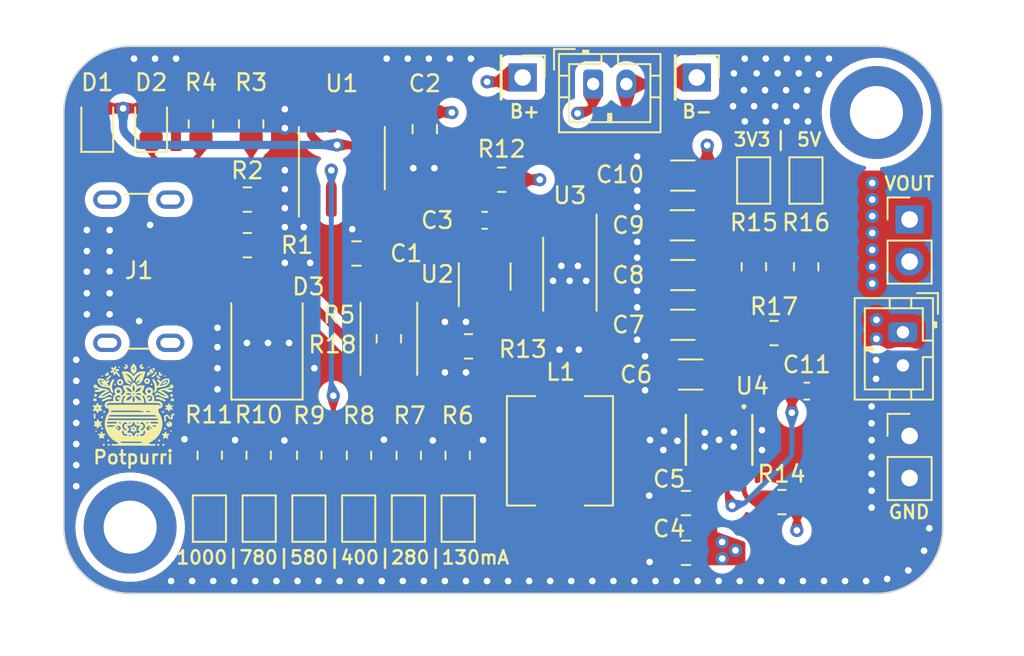
<source format=kicad_pcb>
(kicad_pcb (version 20221018) (generator pcbnew)
  (layers (0 "F.Cu" signal) (1 "In1.Cu" power "GND") (2 "In2.Cu" power "PWR") (31 "B.Cu" signal) (34 "B.Paste" user) (35 "F.Paste" user) (36 "B.SilkS" user "B.Silkscreen") (37 "F.SilkS" user "F.Silkscreen") (38 "B.Mask" user) (39 "F.Mask" user) (44 "Edge.Cuts" user))
  (net 0 "")
  (net 1 "Net-(D1-A)")
  (net 2 "GND")
  (net 3 "+BATT")
  (net 4 "Net-(U2-VCC)")
  (net 5 "-BATT")
  (net 6 "+5V")
  (net 7 "Net-(U4-EN)")
  (net 8 "Net-(D1-K)")
  (net 9 "Net-(D2-K)")
  (net 10 "Net-(J1-CC1)")
  (net 11 "VBUS")
  (net 12 "Net-(J1-CC2)")
  (net 14 "Net-(JP1-A)")
  (net 15 "Net-(JP1-B)")
  (net 16 "Net-(JP2-B)")
  (net 17 "Net-(JP3-B)")
  (net 18 "Net-(JP4-B)")
  (net 19 "Net-(JP5-B)")
  (net 20 "Net-(JP6-B)")
  (net 21 "Net-(JP7-B)")
  (net 22 "Net-(JP8-B)")
  (net 23 "Net-(L1-Pad1)")
  (net 24 "Net-(L1-Pad2)")
  (net 25 "Net-(U1-CHRG)")
  (net 26 "Net-(U1-STDBY)")
  (net 27 "Net-(U2-VM)")
  (net 28 "Net-(U4-PG)")
  (net 29 "Net-(U4-FB)")
  (net 30 "Net-(U2-OD)")
  (net 31 "Net-(U2-OC)")
  (footprint "Resistor_SMD:R_0805_2012Metric" (layer "F.Cu") (at 85.8 47.6625 90)
    (fp_text reference "R9")
    (fp_text value "2k")
  )
  (footprint "Connector_PinHeader_2.54mm:PinHeader_1x02_P2.54mm_Vertical" (layer "F.Cu") (at 122 33.45)
    (fp_text reference "J6" hide)
    (fp_text value "JST PH Connector")
  )
  (footprint "Custom:USB-C 6 Pin - Long pads" (layer "F.Cu") (at 70.5 36.57 -90)
    (fp_text reference "J1")
    (fp_text value "Type-C_6P")
  )
  (footprint "LOGO" (layer "F.Cu") (at 75.2348 44.6532)
    (fp_text reference "G***" hide)
    (fp_text value "LOGO" hide)
  )
  (footprint "Resistor_SMD:R_0805_2012Metric" (layer "F.Cu") (at 114.3 50.49 180)
    (fp_text reference "R14")
    (fp_text value "1M")
  )
  (footprint "Capacitor_SMD:C_0805_2012Metric_Pad1.18x1.45mm_HandSolder" (layer "F.Cu") (at 88.646 35.5 180)
    (fp_text reference "C1")
    (fp_text value "10u")
  )
  (footprint "Package_SO:SOP-8_3.76x4.96mm_P1.27mm" (layer "F.Cu") (at 87.765 29.75 90)
    (fp_text reference "U1")
    (fp_text value "TP4056")
  )
  (footprint "Jumper:SolderJumper-2_P1.3mm_Open_TrianglePad1.0x1.5mm" (layer "F.Cu") (at 91.78 51.485 90)
    (fp_text reference "JP2" hide)
    (fp_text value "SolderJumper_2_Open")
  )
  (footprint "Resistor_SMD:R_0805_2012Metric" (layer "F.Cu") (at 112.6125 36.3 -90)
    (fp_text reference "R15")
    (fp_text value "1M")
  )
  (footprint "Resistor_SMD:R_0805_2012Metric" (layer "F.Cu") (at 82.0625 32.25)
    (fp_text reference "R2")
    (fp_text value "5k1")
  )
  (footprint "Diode_SMD:D_0805_2012Metric" (layer "F.Cu") (at 76.265 27.6875 90)
    (fp_text reference "D2")
    (fp_text value "GREEN")
  )
  (footprint "Capacitor_SMD:C_0603_1608Metric_Pad1.08x0.95mm_HandSolder" (layer "F.Cu") (at 96.3775 33.5 180)
    (fp_text reference "C3")
    (fp_text value "100n")
  )
  (footprint "Capacitor_SMD:C_0805_2012Metric" (layer "F.Cu") (at 108.519 53.55 180)
    (fp_text reference "C4")
    (fp_text value "10u")
  )
  (footprint "Resistor_SMD:R_0805_2012Metric" (layer "F.Cu") (at 90.6 40.64 -90)
    (fp_text reference "R5")
    (fp_text value "0R2 to 0R5")
  )
  (footprint "Jumper:SolderJumper-2_P1.3mm_Open_TrianglePad1.0x1.5mm" (layer "F.Cu") (at 85.78 51.485 90)
    (fp_text reference "JP4" hide)
    (fp_text value "SolderJumper_2_Open")
  )
  (footprint "Capacitor_SMD:C_1206_3216Metric" (layer "F.Cu") (at 108.325 39.8 180)
    (fp_text reference "C7")
    (fp_text value "22u")
  )
  (footprint "Diode_SMD:D_SMB" (layer "F.Cu") (at 83.25 40.65 90)
    (fp_text reference "D3")
    (fp_text value "SMBJ12CA")
  )
  (footprint "Package_SO:TSSOP-8_4.4x3mm_P0.65mm" (layer "F.Cu") (at 101.515 36.75 -90)
    (fp_text reference "U3")
    (fp_text value "FS8205A")
  )
  (footprint "Jumper:SolderJumper-2_P1.3mm_Open_TrianglePad1.0x1.5mm" (layer "F.Cu") (at 94.78 51.485 90)
    (fp_text reference "JP1" hide)
    (fp_text value "SolderJumper_2_Open")
  )
  (footprint "MountingHole:MountingHole_3.2mm_M3_DIN965_Pad" (layer "F.Cu") (at 75 52)
    (fp_text reference "H2" hide)
    (fp_text value "MountingHole")
  )
  (footprint "Resistor_SMD:R_0805_2012Metric" (layer "F.Cu") (at 82.75 47.6625 90)
    (fp_text reference "R10")
    (fp_text value "1k5")
  )
  (footprint "Capacitor_SMD:C_0805_2012Metric" (layer "F.Cu") (at 108.519 50.55 180)
    (fp_text reference "C5")
    (fp_text value "10u")
  )
  (footprint "Resistor_SMD:R_0805_2012Metric" (layer "F.Cu") (at 94.75 47.675 90)
    (fp_text reference "R6")
    (fp_text value "10k")
  )
  (footprint "Capacitor_SMD:C_0805_2012Metric_Pad1.18x1.45mm_HandSolder" (layer "F.Cu") (at 92.765 28 -90)
    (fp_text reference "C2")
    (fp_text value "10u")
  )
  (footprint "Resistor_SMD:R_0805_2012Metric" (layer "F.Cu") (at 113.825 40.3)
    (fp_text reference "R17")
    (fp_text value "180k")
  )
  (footprint "Resistor_SMD:R_0805_2012Metric" (layer "F.Cu") (at 95.4 41.1 180)
    (fp_text reference "R13")
    (fp_text value "1k")
  )
  (footprint "Diode_SMD:D_0805_2012Metric" (layer "F.Cu") (at 73.015 27.6875 90)
    (fp_text reference "D1")
    (fp_text value "RED")
  )
  (footprint "Capacitor_SMD:C_1206_3216Metric" (layer "F.Cu") (at 108.8 42.8 180)
    (fp_text reference "C6")
    (fp_text value "22u")
  )
  (footprint "Capacitor_SMD:C_1206_3216Metric" (layer "F.Cu") (at 108.325 30.8 180)
    (fp_text reference "C10")
    (fp_text value "100u")
  )
  (footprint "Jumper:SolderJumper-2_P1.3mm_Open_TrianglePad1.0x1.5mm" (layer "F.Cu") (at 79.78 51.485 90)
    (fp_text reference "JP6" hide)
    (fp_text value "SolderJumper_2_Open")
  )
  (footprint "Resistor_SMD:R_0805_2012Metric" (layer "F.Cu") (at 88.8 47.675 90)
    (fp_text reference "R8")
    (fp_text value "3k")
  )
  (footprint "Connector_PinHeader_2.54mm:PinHeader_1x01_P2.54mm_Vertical" (layer "F.Cu") (at 98.67 24.887 -90)
    (fp_text reference "J3" hide)
    (fp_text value "Conn_01x01")
  )
  (footprint "Jumper:SolderJumper-2_P1.3mm_Open_TrianglePad1.0x1.5mm" (layer "F.Cu") (at 115.75 31.1 -90)
    (fp_text reference "JP8" hide)
    (fp_text value "SolderJumper_2_Open")
  )
  (footprint "Resistor_SMD:R_0805_2012Metric" (layer "F.Cu") (at 115.7625 36.3 -90)
    (fp_text reference "R16")
    (fp_text value "1M6")
  )
  (footprint "Connector_JST:JST_PH_B2B-PH-K_1x02_P2.00mm_Vertical" (layer "F.Cu") (at 121.6 40.25 -90)
    (fp_text reference "J5" hide)
    (fp_text value "JST PH Connector")
  )
  (footprint "Resistor_SMD:R_0805_2012Metric" (layer "F.Cu") (at 79.265 27.6875 90)
    (fp_text reference "R4")
    (fp_text value "1k")
  )
  (footprint "Connector_PinHeader_2.54mm:PinHeader_1x01_P2.54mm_Vertical" (layer "F.Cu") (at 109.17 24.887 -90)
    (fp_text reference "J4" hide)
    (fp_text value "Conn_01x01")
  )
  (footprint "Capacitor_SMD:C_0603_1608Metric_Pad1.08x0.95mm_HandSolder" (layer "F.Cu") (at 115.8 43.8)
    (fp_text reference "C11")
    (fp_text value "100n")
  )
  (footprint "Package_TO_SOT_SMD:SOT-23-6" (layer "F.Cu") (at 96.3775 36.8875 90)
    (fp_text reference "U2")
    (fp_text value "DW01A")
  )
  (footprint "Resistor_SMD:R_0805_2012Metric" (layer "F.Cu") (at 82.0625 35)
    (fp_text reference "R1")
    (fp_text value "5k1")
  )
  (footprint "Capacitor_SMD:C_1206_3216Metric" (layer "F.Cu") (at 108.3 33.8 180)
    (fp_text reference "C9")
    (fp_text value "22u")
  )
  (footprint "TPS63020:QFN14-3X4MM" (layer "F.Cu") (at 110.5125 46.74 -90)
    (fp_text reference "U4")
    (fp_text value "TPS63020")
  )
  (footprint "Resistor_SMD:R_0805_2012Metric" (layer "F.Cu") (at 91.8 47.675 90)
    (fp_text reference "R7")
    (fp_text value "4k7")
  )
  (footprint "Resistor_SMD:R_0805_2012Metric" (layer "F.Cu") (at 97.4 31.05)
    (fp_text reference "R12")
    (fp_text value "100R")
  )
  (footprint "Jumper:SolderJumper-2_P1.3mm_Open_TrianglePad1.0x1.5mm" (layer "F.Cu") (at 112.6 31.1 -90)
    (fp_text reference "JP7" hide)
    (fp_text value "SolderJumper_2_Open")
  )
  (footprint "Resistor_SMD:R_0805_2012Metric" (layer "F.Cu") (at 82.296 27.686 90)
    (fp_text reference "R3")
    (fp_text value "1k")
  )
  (footprint "Resistor_SMD:R_2512_6332Metric" (layer "F.Cu") (at 90.6 40.64 -90)
    (fp_text reference "R18")
    (fp_text value "2512 package")
  )
  (footprint "Connector_JST:JST_PH_B2B-PH-K_1x02_P2.00mm_Vertical" (layer "F.Cu") (at 102.92 25.28)
    (fp_text reference "J2" hide)
    (fp_text value "JST PH Connector")
  )
  (footprint "Custom:Combined CD43 + L 6.3x6.3" (layer "F.Cu") (at 100.965 47.4 180)
    (fp_text reference "L1")
    (fp_text value "2u2")
  )
  (footprint "Capacitor_SMD:C_1206_3216Metric" (layer "F.Cu") (at 108.325 36.8 180)
    (fp_text reference "C8")
    (fp_text value "22u")
  )
  (footprint "MountingHole:MountingHole_3.2mm_M3_DIN965_Pad" (layer "F.Cu") (at 120 27)
    (fp_text reference "H1" hide)
    (fp_text value "MountingHole")
  )
  (footprint "Connector_PinHeader_2.54mm:PinHeader_1x02_P2.54mm_Vertical" (layer "F.Cu") (at 122 46.5)
    (fp_text reference "J7" hide)
    (fp_text value "JST PH Connector")
  )
  (footprint "Jumper:SolderJumper-2_P1.3mm_Open_TrianglePad1.0x1.5mm" (layer "F.Cu") (at 88.78 51.485 90)
    (fp_text reference "JP3" hide)
    (fp_text value "SolderJumper_2_Open")
  )
  (footprint "Resistor_SMD:R_0805_2012Metric" (layer "F.Cu") (at 79.8 47.6625 90)
    (fp_text reference "R11")
    (fp_text value "1k2")
  )
  (footprint "Jumper:SolderJumper-2_P1.3mm_Open_TrianglePad1.0x1.5mm" (layer "F.Cu") (at 82.78 51.485 90)
    (fp_text reference "JP5" hide)
    (fp_text value "SolderJumper_2_Open")
  )
  (footprint "LOGO" (layer "B.Cu") (at 101.7016 50.3936 180)
    (fp_text reference "G***" hide)
    (fp_text value "LOGO" hide)
  )
  (gr_arc (start 75 56) (mid 72.171573 54.828427) (end 71 52) (stroke (width 0.1)) (layer "Edge.Cuts"))
  (gr_line (start 75 56) (end 120 56) (stroke (width 0.1)) (layer "Edge.Cuts"))
  (gr_arc (start 120 23) (mid 122.828427 24.171573) (end 124 27) (stroke (width 0.1)) (layer "Edge.Cuts"))
  (gr_arc (start 71 27) (mid 72.171573 24.171573) (end 75 23) (stroke (width 0.1)) (layer "Edge.Cuts"))
  (gr_line (start 124 52) (end 124 27) (stroke (width 0.1)) (layer "Edge.Cuts"))
  (gr_arc (start 124 52) (mid 122.828427 54.828427) (end 120 56) (stroke (width 0.1)) (layer "Edge.Cuts"))
  (gr_line (start 120 23) (end 75 23) (stroke (width 0.1)) (layer "Edge.Cuts"))
  (gr_line (start 71 27) (end 71 52) (stroke (width 0.1)) (layer "Edge.Cuts"))
  (gr_text "GND" (at 120.65 51.562) (layer "F.SilkS") (effects (font (size 0.8 0.8) (thickness 0.15) bold) (justify left bottom)))
  (gr_text "1000|780|580|400|280|130mA" (at 77.7 54.3) (layer "F.SilkS") (effects (font (size 0.8 0.8)) (justify left bottom)))
  (gr_text "VOUT" (at 120.396 31.75) (layer "F.SilkS") (effects (font (size 0.8 0.8) (thickness 0.15) bold) (justify left bottom)))
  (gr_text "3V3" (at 111.3 29.1) (layer "F.SilkS") (effects (font (size 0.8 0.8) (thickness 0.15) bold) (justify left bottom)))
  (gr_text "| 5V" (at 113.75 29.1) (layer "F.SilkS") (effects (font (size 0.8 0.8) (thickness 0.15) bold) (justify left bottom)))
  (gr_text "B+" (at 97.8 27.4) (layer "F.SilkS") (effects (font (size 0.8 0.8) (thickness 0.15) bold) (justify left bottom)))
  (gr_text "Potpurri" (at 72.6948 48.26) (layer "F.SilkS") (effects (font (size 0.8 0.8) (thickness 0.15) bold) (justify left bottom)))
  (gr_text "B-" (at 108.2 27.4) (layer "F.SilkS") (effects (font (size 0.8 0.8) (thickness 0.15) bold) (justify left bottom)))
  (segment (start 89.67 32.2875) (end 89.67 30.54466) (width 0.5) (layer "F.Cu") (net 1))
  (segment (start 89.67 32.2875) (end 89.67 35.4865) (width 0.5) (layer "F.Cu") (net 1))
  (segment (start 88.08134 28.956) (end 87.475 28.956) (width 0.5) (layer "F.Cu") (net 1))
  (segment (start 86.26733 28.73633) (end 86.07967 28.54867) (width 0.5) (layer "F.Cu") (net 1))
  (segment (start 89.67 35.4865) (end 89.6835 35.5) (width 0.5) (layer "F.Cu") (net 1))
  (segment (start 73.015 26.75) (end 74.575 26.75) (width 0.5) (layer "F.Cu") (net 1))
  (segment (start 89.6835 35.5) (end 89.6835 37.6775) (width 0.5) (layer "F.Cu") (net 1))
  (segment (start 87.475 28.956) (end 86.79766 28.956) (width 0.5) (layer "F.Cu") (net 1))
  (segment (start 85.86 28.01834) (end 85.86 27.2125) (width 0.5) (layer "F.Cu") (net 1))
  (segment (start 89.45033 30.01433) (end 88.61167 29.17567) (width 0.5) (layer "F.Cu") (net 1))
  (segment (start 90.6 39.7275) (end 90.6 37.6775) (width 0.5) (layer "F.Cu") (net 1))
  (segment (start 89.6835 37.6775) (end 90.6 37.6775) (width 0.5) (layer "F.Cu") (net 1))
  (segment (start 74.575 26.75) (end 76.265 26.75) (width 0.5) (layer "F.Cu") (net 1))
  (via (at 74.575 26.75) (size 0.8) (drill 0.4) (layers "F.Cu" "B.Cu") (net 1))
  (via (at 87.475 28.956) (size 0.8) (drill 0.4) (layers "F.Cu" "B.Cu") (net 1))
  (arc (start 88.08134 28.956) (mid 88.368353 29.01309) (end 88.61167 29.17567) (width 0.5) (layer "F.Cu") (net 1))
  (arc (start 86.07967 28.54867) (mid 85.91709 28.305353) (end 85.86 28.01834) (width 0.5) (layer "F.Cu") (net 1))
  (arc (start 86.26733 28.73633) (mid 86.510647 28.89891) (end 86.79766 28.956) (width 0.5) (layer "F.Cu") (net 1))
  (arc (start 89.67 30.54466) (mid 89.61291 30.257647) (end 89.45033 30.01433) (width 0.5) (layer "F.Cu") (net 1))
  (segment (start 74.79467 28.34467) (end 75.18633 28.73633) (width 0.5) (layer "B.Cu") (net 1))
  (segment (start 75.71666 28.956) (end 87.475 28.956) (width 0.5) (layer "B.Cu") (net 1))
  (segment (start 74.575 26.75) (end 74.575 27.81434) (width 0.5) (layer "B.Cu") (net 1))
  (arc (start 75.71666 28.956) (mid 75.429647 28.89891) (end 75.18633 28.73633) (width 0.5) (layer "B.Cu") (net 1))
  (arc (start 74.79467 28.34467) (mid 74.63209 28.101353) (end 74.575 27.81434) (width 0.5) (layer "B.Cu") (net 1))
  (segment (start 112.72 46.97) (end 113.1 47.35) (width 0.3) (layer "F.Cu") (net 2))
  (segment (start 111.5125 48.14) (end 111.5125 47.2625) (width 0.3) (layer "F.Cu") (net 2))
  (segment (start 112.225 46.97) (end 112.72 46.97) (width 0.3) (layer "F.Cu") (net 2))
  (segment (start 88.8 46.7625) (end 90.2625 46.7625) (width 0.3) (layer "F.Cu") (net 2))
  (segment (start 110.5125 46.74) (end 110.06 46.74) (width 0.3) (layer "F.Cu") (net 2))
  (segment (start 112.225 47.43) (end 113.02 47.43) (width 0.3) (layer "F.Cu") (net 2))
  (segment (start 94.75 46.7625) (end 96.2625 46.7625) (width 0.3) (layer "F.Cu") (net 2))
  (segment (start 111.5125 45.34) (end 111.5125 46.1875) (width 0.3) (layer "F.Cu") (net 2))
  (segment (start 96.2625 46.7625) (end 96.275 46.75) (width 0.3) (layer "F.Cu") (net 2))
  (segment (start 108.8 47.43) (end 107.23 47.43) (width 0.3) (layer "F.Cu") (net 2))
  (segment (start 108.8 46.51) (end 108.29 46.51) (width 0.3) (layer "F.Cu") (net 2))
  (segment (start 110.96 46.74) (end 111.4 46.3) (width 0.3) (layer "F.Cu") (net 2))
  (segment (start 112.225 46.05) (end 113 46.05) (width 0.3) (layer "F.Cu") (net 2))
  (segment (start 108.8 46.05) (end 107.35 46.05) (width 0.3) (layer "F.Cu") (net 2))
  (segment (start 112.74 46.51) (end 113.1 46.15) (width 0.3) (layer "F.Cu") (net 2))
  (segment (start 82.75 46.75) (end 81.325 46.75) (width 0.3) (layer "F.Cu") (net 2))
  (segment (start 76.238 33.82) (end 76.2 33.782) (width 0.5) (layer "F.Cu") (net 2))
  (segment (start 113.02 47.43) (end 113.1 47.35) (width 0.3) (layer "F.Cu") (net 2))
  (segment (start 108.17 46.97) (end 108 46.8) (width 0.3) (layer "F.Cu") (net 2))
  (segment (start 93.2375 46.7625) (end 93.25 46.775) (width 0.3) (layer "F.Cu") (net 2))
  (segment (start 110.09 46.74) (end 109.65 46.3) (width 0.3) (layer "F.Cu") (net 2))
  (segment (start 111.5125 46.1875) (end 111.4 46.3) (width 0.3) (layer "F.Cu") (net 2))
  (segment (start 85.8 46.75) (end 84.325 46.75) (width 0.3) (layer "F.Cu") (net 2))
  (segment (start 113 46.05) (end 113.1 46.15) (width 0.3) (layer "F.Cu") (net 2))
  (segment (start 110.99 46.74) (end 111.4 47.15) (width 0.3) (layer "F.Cu") (net 2))
  (segment (start 111.5125 47.2625) (end 111.4 47.15) (width 0.3) (layer "F.Cu") (net 2))
  (segment (start 79.8 46.75) (end 78.325 46.75) (width 0.3) (layer "F.Cu") (net 2))
  (segment (start 84.325 46.75) (end 84.3 46.775) (width 0.3) (layer "F.Cu") (net 2))
  (segment (start 90.2625 46.7625) (end 90.3 46.725) (width 0.3) (layer "F.Cu") (net 2))
  (segment (start 110.06 46.74) (end 109.65 47.15) (width 0.3) (layer "F.Cu") (net 2))
  (segment (start 110.5125 46.74) (end 110.09 46.74) (width 0.3) (layer "F.Cu") (net 2))
  (segment (start 112.225 46.51) (end 112.74 46.51) (width 0.3) (layer "F.Cu") (net 2))
  (segment (start 110.5125 46.74) (end 110.99 46.74) (width 0.3) (layer "F.Cu") (net 2))
  (segment (start 108.29 46.51) (end 108 46.8) (width 0.3) (layer "F.Cu") (net 2))
  (segment (start 77.825 33.82) (end 76.238 33.82) (width 0.5) (layer "F.Cu") (net 2))
  (segment (start 108.8 46.97) (end 108.17 46.97) (width 0.3) (layer "F.Cu") (net 2))
  (segment (start 107.23 47.43) (end 107.15 47.35) (width 0.3) (layer "F.Cu") (net 2))
  (segment (start 107.35 46.05) (end 107.2 46.2) (width 0.3) (layer "F.Cu") (net 2))
  (segment (start 110.5125 46.74) (end 110.96 46.74) (width 0.3) (layer "F.Cu") (net 2))
  (segment (start 91.8 46.7625) (end 93.2375 46.7625) (width 0.3) (layer "F.Cu") (net 2))
  (via (at 116.84 55.25) (size 0.8) (drill 0.4) (layers "F.Cu" "B.Cu") (net 2))
  (via (at 112.6236 26.6192) (size 0.8) (drill 0.4) (layers "F.Cu" "B.Cu") (net 2))
  (via (at 111.76 55.25) (size 0.8) (drill 0.4) (layers "F.Cu" "B.Cu") (net 2))
  (via (at 95.25 39.624) (size 0.8) (drill 0.4) (layers "F.Cu" "B.Cu") (net 2))
  (via (at 112.776 24.638) (size 0.8) (drill 0.4) (layers "F.Cu" "B.Cu") (net 2))
  (via (at 119.71 50.822) (size 0.8) (drill 0.4) (layers "F.Cu" "B.Cu") (net 2))
  (via (at 105.575 40.7) (size 0.8) (drill 0.4) (layers "F.Cu" "B.Cu") (net 2))
  (via (at 116.5352 24.6888) (size 0.8) (drill 0.4) (layers "F.Cu" "B.Cu") (net 2))
  (via (at 119.38 55.25) (size 0.8) (drill 0.4) (layers "F.Cu" "B.Cu") (net 2))
  (via (at 120.65 55.125) (size 0.8) (drill 0.4) (layers "F.Cu" "B.Cu") (net 2))
  (via (at 80.264 41.148) (size 0.8) (drill 0.4) (layers "F.Cu" "B.Cu") (net 2))
  (via (at 114.046 24.638) (size 0.8) (drill 0.4) (layers "F.Cu" "B.Cu") (net 2))
  (via (at 83.312 40.894) (size 0.8) (drill 0.4) (layers "F.Cu" "B.Cu") (net 2))
  (via (at 73.7616 39.1668) (size 0.8) (drill 0.4) (layers "F.Cu" "B.Cu") (net 2))
  (via (at 95.25 42.672) (size 0.8) (drill 0.4) (layers "F.Cu" "B.Cu") (net 2))
  (via (at 77.77 23.75) (size 0.8) (drill 0.4) (layers "F.Cu" "B.Cu") (net 2))
  (via (at 115.824 25.654) (size 0.8) (drill 0.4) (layers "F.Cu" "B.Cu") (net 2))
  (via (at 72.39 39.1668) (size 0.8) (drill 0.4) (layers "F.Cu" "B.Cu") (net 2))
  (via (at 84.328 33.909) (size 0.8) (drill 0.4) (layers "F.Cu" "B.Cu") (net 2))
  (via (at 85.852 36.068) (size 0.8) (drill 0.4) (layers "F.Cu" "B.Cu") (net 2))
  (via (at 115.316 24.638) (size 0.8) (drill 0.4) (layers "F.Cu" "B.Cu") (net 2))
  (via (at 97.79 55.25) (size 0.8) (drill 0.4) (layers "F.Cu" "B.Cu") (net 2))
  (via (at 112.014 25.654) (size 0.8) (drill 0.4) (layers "F.Cu" "B.Cu") (net 2))
  (via (at 106.35 46.75) (size 0.8) (drill 0.4) (layers "F.Cu" "B.Cu") (net 2))
  (via (at 105.575 34.8) (size 0.8) (drill 0.4) (layers "F.Cu" "B.Cu") (net 2))
  (via (at 85.471 33.909) (size 0.8) (drill 0.4) (layers "F.Cu" "B.Cu") (net 2))
  (via (at 113.284 25.654) (size 0.8) (drill 0.4) (layers "F.Cu" "B.Cu") (net 2))
  (via (at 113.33 23.75) (size 0.8) (drill 0.4) (layers "F.Cu" "B.Cu") (net 2))
  (via (at 123.19 52.07) (size 0.8) (drill 0.4) (layers "F.Cu" "B.Cu") (net 2))
  (via (at 71.75 45.72) (size 0.8) (drill 0.4) (layers "F.Cu" "B.Cu") (net 2))
  (via (at 73.7616 34.0868) (size 0.8) (drill 0.4) (layers "F.Cu" "B.Cu") (net 2))
  (via (at 94.28 23.75) (size 0.8) (drill 0.4) (layers "F.Cu" "B.Cu") (net 2))
  (via (at 91.74 23.75) (size 0.8) (drill 0.4) (layers "F.Cu" "B.Cu") (net 2))
  (via (at 119.98 41.921) (size 0.8) (drill 0.4) (layers "F.Cu" "B.Cu") (net 2))
  (via (at 110.5125 46.74) (size 0.8) (drill 0.4) (layers "F.Cu" "B.Cu") (net 2))
  (via (at 109.65 47.15) (size 0.8) (drill 0.4) (layers "F.Cu" "B.Cu") (net 2))
  (via (at 84.328 27.94) (size 0.8) (drill 0.4) (layers "F.Cu" "B.Cu") (net 2))
  (via (at 109.22 55.25) (size 0.8) (drill 0.4) (layers "F.Cu" "B.Cu") (net 2))
  (via (at 107.15 47.35) (size 0.8) (drill 0.4) (layers "F.Cu" "B.Cu") (net 2))
  (via (at 91.44 55.25) (size 0.8) (drill 0.4) (layers "F.Cu" "B.Cu") (net 2))
  (via (at 71.75 46.99) (size 0.8) (drill 0.4) (layers "F.Cu" "B.Cu") (net 2))
  (via (at 84.582 40.894) (size 0.8) (drill 0.4) (layers "F.Cu" "B.Cu") (net 2))
  (via (at 119.71 49.806) (size 0.8) (drill 0.4) (layers "F.Cu" "B.Cu") (net 2))
  (via (at 111.4 46.3) (size 0.8) (drill 0.4) (layers "F.Cu" "B.Cu") (net 2))
  (via (at 82.55 55.25) (size 0.8) (drill 0.4) (layers "F.Cu" "B.Cu") (net 2))
  (via (at 114.6 23.75) (size 0.8) (drill 0.4) (layers "F.Cu" "B.Cu") (net 2))
  (via (at 113.3348 27.5336) (size 0.8) (drill 0.4) (layers "F.Cu" "B.Cu") (net 2))
  (via (at 93.25 46.775) (size 0.8) (drill 0.4) (layers "F.Cu" "B.Cu") (net 2))
  (via (at 109.65 46.3) (size 0.8) (drill 0.4) (layers "F.Cu" "B.Cu") (net 2))
  (via (at 119.98 43.064) (size 0.8) (drill 0.4) (layers "F.Cu" "B.Cu") (net 2))
  (via (at 80.264 39.9796) (size 0.8) (drill 0.4) (layers "F.Cu" "B.Cu") (net 2))
  (via (at 71.75 48.26) (size 0.8) (drill 0.4) (layers "F.Cu" "B.Cu") (net 2))
  (via (at 102 36.25) (size 0.8) (drill 0.4) (layers "F.Cu" "B.Cu") (net 2))
  (via (at 71.75 49.53) (size 0.8) (drill 0.4) (layers "F.Cu" "B.Cu") (net 2))
  (via (at 102.0572 41.3004) (size 0.8) (drill 0.4) (layers "F.Cu" "B.Cu") (net 2))
  (via (at 72.39 37.8968) (size 0.8) (drill 0.4) (layers "F.Cu" "B.Cu") (net 2))
  (via (at 93.345 30.353) (size 0.8) (drill 0.4) (layers "F.Cu" "B.Cu") (net 2))
  (via (at 122.875 53.425) (size 0.8) (drill 0.4) (layers "F.Cu" "B.Cu") (net 2))
  (via (at 96.275 46.75) (size 0.8) (drill 0.4) (layers "F.Cu" "B.Cu") (net 2))
  (via (at 93.98 55.25) (size 0.8) (drill 0.4) (layers "F.Cu" "B.Cu") (net 2))
  (via (at 100.5 37.15) (size 0.8) (drill 0.4) (layers "F.Cu" "B.Cu") (net 2))
  (via (at 73.7616 35.3568) (size 0.8) (drill 0.4) (layers "F.Cu" "B.Cu") (net 2))
  (via (at 76.5 23.75) (size 0.8) (drill 0.4) (layers "F.Cu" "B.Cu") (net 2))
  (via (at 90.3 46.725) (size 0.8) (drill 0.4) (layers "F.Cu" "B.Cu") (net 2))
  (via (at 106.05 41.7) (size 0.8) (drill 0.4) (layers "F.Cu" "B.Cu") (net 2))
  (via (at 81.28 55.25) (size 0.8) (drill 0.4) (layers "F.Cu" "B.Cu") (net 2))
  (via (at 101 36.25) (size 0.8) (drill 0.4) (layers "F.Cu" "B.Cu") (net 2))
  (via (at 71.75 41.91) (size 0.8) (drill 0.4) (layers "F.Cu" "B.Cu") (net 2))
  (via (at 88.392 34.036) (size 0.8) (drill 0.4) (layers "F.Cu" "B.Cu") (net 2))
  (via (at 117.14 23.75) (size 0.8) (drill 0.4) (layers "F.Cu" "B.Cu") (net 2))
  (via (at 112.0648 27.5336) (size 0.8) (drill 0.4) (layers "F.Cu" "B.Cu") (net 2))
  (via (at 112.06 23.75) (size 0.8) (drill 0.4) (layers "F.Cu" "B.Cu") (net 2))
  (via (at 119.71 48.787) (size 0.8) (drill 0.4) (layers "F.Cu" "B.Cu") (net 2))
  (via (at 99.06 55.25) (size 0.8) (drill 0.4) (layers "F.Cu" "B.Cu") (net 2))
  (via (at 115.1636 26.6192) (size 0.8) (drill 0.4) (layers "F.Cu" "B.Cu") (net 2))
  (via (at 73.7616 36.576) (size 0.8) (drill 0.4) (layers "F.Cu" "B.Cu") (net 2))
  (via (at 115.57 55.25) (size 0.8) (drill 0.4) (layers "F.Cu" "B.Cu") (net 2))
  (via (at 84.328 26.797) (size 0.8) (drill 0.4) (layers "F.Cu" "B.Cu") (net 2))
  (via (at 72.39 35.3568) (size 0.8) (drill 0.4) (layers "F.Cu" "B.Cu") (net 2))
  (via (at 95.55 23.75) (size 0.8) (drill 0.4) (layers "F.Cu" "B.Cu") (net 2))
  (via (at 100.8888 41.3004) (size 0.8) (drill 0.4) (layers "F.Cu" "B.Cu") (net 2))
  (via (at 107.95 55.25) (size 0.8) (drill 0.4) (layers "F.Cu" "B.Cu") (net 2))
  (via (at 78.275 46.7) (size 0.8) (drill 0.4) (layers "F.Cu" "B.Cu") (net 2))
  (via (at 105.575 38.75) (size 0.8) (drill 0.4) (layers "F.Cu" "B.Cu") (net 2))
  (via (at 111.4044 24.638) (size 0.8) (drill 0.4) (layers "F.Cu" "B.Cu") (net 2))
  (via (at 75.23 23.75) (size 0.8) (drill 0.4) (layers "F.Cu" "B.Cu") (net 2))
  (via (at 78.74 55.25) (size 0.8) (drill 0.4) (layers "F.Cu" "B.Cu") (net 2))
  (via (at 102.5 37.15) (size 0.8) (drill 0.4) (layers "F.Cu" "B.Cu") (net 2))
  (via (at 111.3536 26.6192) (size 0.8) (drill 0.4) (layers "F.Cu" "B.Cu") (net 2))
  (via (at 93.01 23.75) (size 0.8) (drill 0.4) (layers "F.Cu" "B.Cu") (net 2))
  (via (at 121.92 54.61) (size 0.8) (drill 0.4) (layers "F.Cu" "B.Cu") (net 2))
  (via (at 84.328 30.48) (size 0.8) (drill 0.4) (layers "F.Cu" "B.Cu") (net 2))
  (via (at 105.575 31.7) (size 0.8) (drill 0.4) (layers "F.Cu" "B.Cu") (net 2))
  (via (at 113.1 47.35) (size 0.8) (drill 0.4) (layers "F.Cu" "B.Cu") (net 2))
  (via (at 93.98 39.624) (size 0.8) (drill 0.4) (layers "F.Cu" "B.Cu") (net 2))
  (via (at 77.47 55.25) (size 0.8) (drill 0.4) (layers "F.Cu" "B.Cu") (net 2))
  (via (at 115.87 23.75) (size 0.8) (drill 0.4) (layers "F.Cu" "B.Cu") (net 2))
  (via (at 114.6048 27.5336) (size 0.8) (drill 0.4) (layers "F.Cu" "B.Cu") (net 2))
  (via (at 90.17 55.25) (size 0.8) (drill 0.4) (layers "F.Cu" "B.Cu") (net 2))
  (via (at 71.75 43.18) (size 0.8) (drill 0.4) (layers "F.Cu" "B.Cu") (net 2))
  (via (at 83.82 55.25) (size 0.8) (drill 0.4) (layers "F.Cu" "B.Cu") (net 2))
  (via (at 119.71 46.755) (size 0.8) (drill 0.4) (layers "F.Cu" "B.Cu") (net 2))
  (via (at 90.47 23.75) (size 0.8) (drill 0.4) (layers "F.Cu" "B.Cu") (net 2))
  (via (at 105.41 55.25) (size 0.8) (drill 0.4) (layers "F.Cu" "B.Cu") (net 2))
  (via (at 105.575 35.75) (size 0.8) (drill 0.4) (layers "F.Cu" "B.Cu") (net 2))
  (via (at 84.328 32.766) (size 0.8) (drill 0.4) (layers "F.Cu" "B.Cu") (net 2))
  (via (at 119.71 45.739) (size 0.8) (drill 0.4) (layers "F.Cu" "B.Cu") (net 2))
  (via (at 119.71 44.723) (size 0.8) (drill 0.4) (layers "F.Cu" "B.Cu") (net 2))
  (via (at 105.575 37.75) (size 0.8) (drill 0.4) (layers "F.Cu" "B.Cu") (net 2))
  (via (at 72.386509 36.59379) (size 0.8) (drill 0.4) (layers "F.Cu" "B.Cu") (net 2))
  (via (at 92.71 55.25) (size 0.8) (drill 0.4) (layers "F.Cu" "B.Cu") (net 2))
  (via (at 114.3 55.25) (size 0.8) (drill 0.4) (layers "F.Cu" "B.Cu") (net 2))
  (via (at 105.575 29.65) (size 0.8) (drill 0.4) (layers "F.Cu" "B.Cu") (net 2))
  (via (at 86.36 55.25) (size 0.8) (drill 0.4) (layers "F.Cu" "B.Cu") (net 2))
  (via (at 71.75 44.45) (size 0.8) (drill 0.4) (layers "F.Cu" "B.Cu") (net 2))
  (via (at 102.87 55.25) (size 0.8) (drill 0.4) (layers "F.Cu" "B.Cu") (net 2))
  (via (at 82.042 40.894) (size 0.8) (drill 0.4) (layers "F.Cu" "B.Cu") (net 2))
  (via (at 80.01 55.25) (size 0.8) (drill 0.4) (layers "F.Cu" "B.Cu") (net 2))
  (via (at 80.264 43.688) (size 0.8) (drill 0.4) (layers "F.Cu" "B.Cu") (net 2))
  (via (at 73.7616 37.8968) (size 0.8) (drill 0.4) (layers "F.Cu" "B.Cu") (net 2))
  (via (at 110.49 55.25) (size 0.8) (drill 0.4) (layers "F.Cu" "B.Cu") (net 2))
  (via (at 106.3244 54.102) (size 0.8) (drill 0.4) (layers "F.Cu" "B.Cu") (net 2))
  (via (at 118.11 55.25) (size 0.8) (drill 0.4) (layers "F.Cu" "B.Cu") (net 2))
  (via (at 114.554 25.654) (size 0.8) (drill 0.4) (layers "F.Cu" "B.Cu") (net 2))
  (via (at 76.2 33.782) (size 0.8) (drill 0.4) (layers "F.Cu" "B.Cu") (net 2))
  (via (at 95.25 55.25) (size 0.8) (drill 0.4) (layers "F.Cu" "B.Cu") (net 2))
  (via (at 81.325 46.75) (size 0.8) (drill 0.4) (layers "F.Cu" "B.Cu") (net 2))
  (via (at 115.8748 27.5336) (size 0.8) (drill 0.4) (layers "F.Cu" "B.Cu") (net 2))
  (via (at 80.264 42.418) (size 0.8) (drill 0.4) (layers "F.Cu" "B.Cu") (net 2))
  (via (at 84.328 36.068) (size 0.8) (drill 0.4) (layers "F.Cu" "B.Cu") (net 2))
  (via (at 100.33 55.25) (size 0.8) (drill 0.4) (layers "F.Cu" "B.Cu") (net 2))
  (via (at 87.63 55.25) (size 0.8) (drill 0.4) (layers "F.Cu" "B.Cu") (net 2))
  (via (at 84.328 31.623) (size 0.8) (drill 0.4) (layers "F.Cu" "B.Cu") (net 2))
  (via (at 101.6 55.25) (size 0.8) (drill 0.4) (layers "F.Cu" "B.Cu") (net 2))
  (via (at 113.1 46.15) (size 0.8) (drill 0.4) (layers "F.Cu" "B.Cu") (net 2))
  (via (at 107.2 46.2) (size 0.8) (drill 0.4) (layers "F.Cu" "B.Cu") (net 2))
  (via (at 88.9 55.25) (size 0.8) (drill 0.4) (layers "F.Cu" "B.Cu") (net 2))
  (via (at 86.106 42.418) (size 0.8) (drill 0.4) (layers "F.Cu" "B.Cu") (net 2))
  (via (at 92.075 30.353) (size 0.8) (drill 0.4) (layers "F.Cu" "B.Cu") (net 2))
  (via (at 106.68 55.25) (size 0.8) (drill 0.4) (layers "F.Cu" "B.Cu") (net 2))
  (via (at 113.03 55.25) (size 0.8) (drill 0.4) (layers "F.Cu" "B.Cu") (net 2))
  (via (at 72.39 34.0868) (size 0.8) (drill 0.4) (layers "F.Cu" "B.Cu") (net 2))
  (via (at 106.299 50.1) (size 0.8) (drill 0.4) (layers "F.Cu" "B.Cu") (net 2))
  (via (at 96.52 55.25) (size 0.8) (drill 0.4) (layers "F.Cu" "B.Cu") (net 2))
  (via (at 105.575 32.7) (size 0.8) (drill 0.4) (layers "F.Cu" "B.Cu") (net 2))
  (via (at 111.4 47.15) (size 0.8) (drill 0.4) (layers "F.Cu" "B.Cu") (net 2))
  (via (at 101.5 37.15) (size 0.8) (drill 0.4) (layers "F.Cu" "B.Cu") (net 2))
  (via (at 113.8936 26.6192) (size 0.8) (drill 0.4) (layers "F.Cu" "B.Cu") (net 2))
  (via (at 93.98 42.672) (size 0.8) (drill 0.4) (layers "F.Cu" "B.Cu") (net 2))
  (via (at 106.05 43.75) (size 0.8) (drill 0.4) (layers "F.Cu" "B.Cu") (net 2))
  (via (at 84.3 46.775) (size 0.8) (drill 0.4) (layers "F.Cu" "B.Cu") (net 2))
  (via (at 75.5396 39.5732) (size 0.8) (drill 0.4) (layers "F.Cu" "B.Cu") (net 2))
  (via (at 85.09 55.25) (size 0.8) (drill 0.4) (layers "F.Cu" "B.Cu") (net 2))
  (via (at 108 46.8) (size 0.8) (drill 0.4) (layers "F.Cu" "B.Cu") (net 2))
  (via (at 104.14 55.25) (size 0.8) (drill 0.4) (layers "F.Cu" "B.Cu") (net 2))
  (via (at 119.71 47.771) (size 0.8) (drill 0.4) (layers "F.Cu" "B.Cu") (net 2))
  (segment (start 101.981 27.051) (end 102.17 27.051) (width 0.5) (layer "F.Cu") (net 3))
  (segment (start 94.3625 26.9625) (end 94.4 27) (width 0.5) (layer "F.Cu") (net 3))
  (segment (start 92.476447 25.346447) (end 92.54533 25.41533) (width 0.5) (layer "F.Cu") (net 3))
  (segment (start 89.67 27.2125) (end 89.67 26.04066) (width 0.5) (layer "F.Cu") (net 3))
  (segment (start 102.92 26.301) (end 102.92 25.28) (width 0.5) (layer "F.Cu") (net 3))
  (segment (start 110.04033 49.97867) (end 109.469 50.55) (width 0.3) (layer "F.Cu") (net 3))
  (segment (start 90.51066 25.2) (end 92.122893 25.2) (width 0.5) (layer "F.Cu") (net 3))
  (segment (start 110.325 48.3275) (end 110.5125 48.14) (width 0.3) (layer "F.Cu") (net 3))
  (segment (start 110.0125 48.14) (end 110.2 48.3275) (width 0.3) (layer "F.Cu") (net 3))
  (segment (start 89.88967 25.51033) (end 89.98033 25.41967) (width 0.5) (layer "F.Cu") (net 3))
  (segment (start 96.52 25.146) (end 98.411 25.146) (width 0.5) (layer "F.Cu") (net 3))
  (segment (start 92.765 25.94566) (end 92.765 26.9625) (width 0.5) (layer "F.Cu") (net 3))
  (segment (start 92.765 26.9625) (end 94.3625 26.9625) (width 0.5) (layer "F.Cu") (net 3))
  (segment (start 98.411 25.146) (end 98.67 24.887) (width 0.5) (layer "F.Cu") (net 3))
  (segment (start 110.2 48.3275) (end 110.26 48.3875) (width 0.3) (layer "F.Cu") (net 3))
  (segment (start 110.2 48.3275) (end 110.325 48.3275) (width 0.3) (layer "F.Cu") (net 3))
  (segment (start 110.26 48.3875) (end 110.26 49.44834) (width 0.3) (layer "F.Cu") (net 3))
  (segment (start 98.3125 31.05) (end 99.7 31.05) (width 0.5) (layer "F.Cu") (net 3))
  (via (at 110.7 52.9) (size 0.8) (drill 0.4) (layers "F.Cu" "B.Cu") (net 3))
  (via (at 101.981 27.051) (size 0.8) (drill 0.4) (layers "F.Cu" "B.Cu") (net 3))
  (via (at 99.7 31.05) (size 0.8) (drill 0.4) (layers "F.Cu" "B.Cu") (net 3))
  (via (at 96.52 25.146) (size 0.8) (drill 0.4) (layers "F.Cu" "B.Cu") (net 3))
  (via (at 111.5 53.4) (size 0.8) (drill 0.4) (layers "F.Cu" "B.Cu") (net 3))
  (via (at 110.7 53.9) (size 0.8) (drill 0.4) (layers "F.Cu" "B.Cu") (net 3))
  (via (at 94.4 27) (size 0.8) (drill 0.4) (layers "F.Cu" "B.Cu") (net 3))
  (arc (start 110.04033 49.97867) (mid 110.20291 49.735353) (end 110.26 49.44834) (width 0.3) (layer "F.Cu") (net 3))
  (arc (start 90.51066 25.2) (mid 90.223647 25.25709) (end 89.98033 25.41967) (width 0.5) (layer "F.Cu") (net 3))
  (arc (start 92.765 25.94566) (mid 92.70791 25.658647) (end 92.54533 25.41533) (width 0.5) (layer "F.Cu") (net 3))
  (arc (start 102.17 27.051) (mid 102.70033 26.83133) (end 102.92 26.301) (width 0.5) (layer "F.Cu") (net 3))
  (arc (start 92.122893 25.2) (mid 92.314235 25.23806) (end 92.476447 25.346447) (width 0.5) (layer "F.Cu") (net 3))
  (arc (start 89.67 26.04066) (mid 89.72709 25.753647) (end 89.88967 25.51033) (width 0.5) (layer "F.Cu") (net 3))
  (segment (start 97.24 33.5) (end 97.24 33.05066) (width 0.3) (layer "F.Cu") (net 4))
  (segment (start 97.02033 32.52033) (end 96.70717 32.20717) (width 0.3) (layer "F.Cu") (net 4))
  (segment (start 96.3775 35.75) (end 96.3775 35.23316) (width 0.3) (layer "F.Cu") (net 4))
  (segment (start 97.29 33.45) (end 97.24 33.5) (width 0.3) (layer "F.Cu") (net 4))
  (segment (start 97.24 33.74934) (end 97.24 33.5) (width 0.3) (layer "F.Cu") (net 4))
  (segment (start 96.59717 34.70283) (end 97.02033 34.27967) (width 0.3) (layer "F.Cu") (net 4))
  (segment (start 96.4875 31.67684) (end 96.4875 31.05) (width 0.3) (layer "F.Cu") (net 4))
  (arc (start 97.02033 32.52033) (mid 97.18291 32.763647) (end 97.24 33.05066) (width 0.3) (layer "F.Cu") (net 4))
  (arc (start 97.02033 34.27967) (mid 97.18291 34.036353) (end 97.24 33.74934) (width 0.3) (layer "F.Cu") (net 4))
  (arc (start 96.59717 34.70283) (mid 96.43459 34.946147) (end 96.3775 35.23316) (width 0.3) (layer "F.Cu") (net 4))
  (arc (start 96.70717 32.20717) (mid 96.54459 31.963853) (end 96.4875 31.67684) (width 0.3) (layer "F.Cu") (net 4))
  (segment (start 101.84 32.125) (end 101.84 33.8875) (width 0.5) (layer "F.Cu") (net 5))
  (segment (start 102.1305 29.9945) (end 101.84 30.285) (width 0.5) (layer "F.Cu") (net 5))
  (segment (start 106.91833 25.10667) (end 106.745 25.28) (width 0.5) (layer "F.Cu") (net 5))
  (segment (start 95.515 33.5) (end 95.4 33.385) (width 0.3) (layer "F.Cu") (net 5))
  (segment (start 94.95 31.88934) (end 94.95 30.01066) (width 0.3) (layer "F.Cu") (net 5))
  (segment (start 95.4 33.615) (end 95.4 35.7225) (width 0.3) (layer "F.Cu") (net 5))
  (segment (start 95.88566 29.075) (end 100.31934 29.075) (width 0.3) (layer "F.Cu") (net 5))
  (segment (start 101.5381 29.9831) (end 101.84 30.285) (width 0.3) (layer "F.Cu") (net 5))
  (segment (start 95.4 33.385) (end 95.4 32.96066) (width 0.3) (layer "F.Cu") (net 5))
  (segment (start 101.19 33.8875) (end 101.19 33.08566) (width 0.5) (layer "F.Cu") (net 5))
  (segment (start 101.5495 29.9945) (end 102.1305 29.9945) (width 0.3) (layer "F.Cu") (net 5))
  (segment (start 95.18033 32.43033) (end 95.16967 32.41967) (width 0.3) (layer "F.Cu") (net 5))
  (segment (start 109.17 24.887) (end 107.44866 24.887) (width 0.5) (layer "F.Cu") (net 5))
  (segment (start 104.70033 27.42467) (end 102.1305 29.9945) (width 0.5) (layer "F.Cu") (net 5))
  (segment (start 95.4 35.7225) (end 95.4275 35.75) (width 0.3) (layer "F.Cu") (net 5))
  (segment (start 104.92 25.28) (end 104.92 26.89434) (width 0.5) (layer "F.Cu") (net 5))
  (segment (start 95.16967 29.48033) (end 95.35533 29.29467) (width 0.3) (layer "F.Cu") (net 5))
  (segment (start 95.515 33.5) (end 95.4 33.615) (width 0.3) (layer "F.Cu") (net 5))
  (segment (start 101.5381 29.9831) (end 101.5495 29.9945) (width 0.3) (layer "F.Cu") (net 5))
  (segment (start 101.40967 32.55533) (end 101.84 32.125) (width 0.5) (layer "F.Cu") (net 5))
  (segment (start 101.84 30.285) (end 101.84 32.125) (width 0.5) (layer "F.Cu") (net 5))
  (segment (start 106.745 25.28) (end 104.92 25.28) (width 0.5) (layer "F.Cu") (net 5))
  (segment (start 100.84967 29.29467) (end 101.5381 29.9831) (width 0.3) (layer "F.Cu") (net 5))
  (arc (start 107.44866 24.887) (mid 107.161647 24.94409) (end 106.91833 25.10667) (width 0.5) (layer "F.Cu") (net 5))
  (arc (start 104.92 26.89434) (mid 104.86291 27.181353) (end 104.70033 27.42467) (width 0.5) (layer "F.Cu") (net 5))
  (arc (start 100.31934 29.075) (mid 100.606353 29.13209) (end 100.84967 29.29467) (width 0.3) (layer "F.Cu") (net 5))
  (arc (start 95.18033 32.43033) (mid 95.34291 32.673647) (end 95.4 32.96066) (width 0.3) (layer "F.Cu") (net 5))
  (arc (start 95.16967 29.48033) (mid 95.00709 29.723647) (end 94.95 30.01066) (width 0.3) (layer "F.Cu") (net 5))
  (arc (start 95.88566 29.075) (mid 95.598647 29.13209) (end 95.35533 29.29467) (width 0.3) (layer "F.Cu") (net 5))
  (arc (start 101.19 33.08566) (mid 101.24709 32.798647) (end 101.40967 32.55533) (width 0.5) (layer "F.Cu") (net 5))
  (arc (start 95.16967 32.41967) (mid 95.00709 32.176353) (end 94.95 31.88934) (width 0.3) (layer "F.Cu") (net 5))
  (segment (start 110.5125 44.704) (end 110.0125 44.704) (width 0.3) (layer "F.Cu") (net 6))
  (segment (start 110.5125 44.958) (end 110.0125 44.958) (width 0.3) (layer "F.Cu") (net 6))
  (segment (start 109.8 30.8) (end 109.8 28.975) (width 0.5) (layer "F.Cu") (net 6))
  (segment (start 110.5125 45.34) (end 110.3845 45.212) (width 0.3) (layer "F.Cu") (net 6))
  (segment (start 110.0125 44.958) (end 110.0125 44.704) (width 0.3) (layer "F.Cu") (net 6))
  (segment (start 109.8 36.8) (end 109.8 33.825) (width 0.5) (layer "F.Cu") (net 6))
  (segment (start 110.5125 44.958) (end 110.5125 44.704) (width 0.3) (layer "F.Cu") (net 6))
  (segment (start 109.8 39.8) (end 109.8 36.8) (width 0.5) (layer "F.Cu") (net 6))
  (segment (start 109.775 30.825) (end 109.8 30.8) (width 0.5) (layer "F.Cu") (net 6))
  (segment (start 110.0125 45.212) (end 110.0125 44.958) (width 0.3) (layer "F.Cu") (net 6))
  (segment (start 115.2125 50.49) (end 115.2125 52.1875) (width 0.3) (layer "F.Cu") (net 6))
  (segment (start 115.2125 52.1875) (end 115.2 52.2) (width 0.3) (layer "F.Cu") (net 6))
  (segment (start 109.775 33.8) (end 109.775 30.825) (width 0.5) (layer "F.Cu") (net 6))
  (segment (start 109.8 33.825) (end 109.775 33.8) (width 0.5) (layer "F.Cu") (net 6))
  (segment (start 112.6 30.375) (end 110.225 30.375) (width 0.3) (layer "F.Cu") (net 6))
  (segment (start 110.0125 44.704) (end 110.0125 43.0625) (width 0.3) (layer "F.Cu") (net 6))
  (segment (start 110.3845 45.212) (end 110.0125 45.212) (width 0.3) (layer "F.Cu") (net 6))
  (segment (start 110.0125 43.0625) (end 110.275 42.8) (width 0.3) (layer "F.Cu") (net 6))
  (segment (start 110.0125 45.34) (end 110.0125 45.212) (width 0.3) (layer "F.Cu") (net 6))
  (segment (start 110.275 41.63566) (end 110.275 42.8) (width 0.5) (layer "F.Cu") (net 6))
  (segment (start 110.5125 45.34) (end 110.5125 44.958) (width 0.3) (layer "F.Cu") (net 6))
  (segment (start 110.01967 41.06967) (end 110.05533 41.10533) (width 0.5) (layer "F.Cu") (net 6))
  (segment (start 110.225 30.375) (end 109.8 30.8) (width 0.3) (layer "F.Cu") (net 6))
  (segment (start 110.5125 45.34) (end 110.0125 45.34) (width 0.3) (layer "F.Cu") (net 6))
  (segment (start 109.8 39.8) (end 109.8 40.53934) (width 0.5) (layer "F.Cu") (net 6))
  (segment (start 110.5125 44.704) (end 110.5125 43.0375) (width 0.3) (layer "F.Cu") (net 6))
  (segment (start 112.6 30.375) (end 115.75 30.375) (width 0.3) (layer "F.Cu") (net 6))
  (segment (start 110.5125 43.0375) (end 110.275 42.8) (width 0.3) (layer "F.Cu") (net 6))
  (via (at 109.8 28.975) (size 0.8) (drill 0.4) (layers "F.Cu" "B.Cu") (net 6))
  (via (at 120 40.643) (size 0.8) (drill 0.4) (layers "F.Cu" "B.Cu") (net 6))
  (via (at 119.75 34.266) (size 0.8) (drill 0.4) (layers "F.Cu" "B.Cu") (net 6))
  (via (at 119.75 33.25) (size 0.8) (drill 0.4) (layers "F.Cu" "B.Cu") (net 6))
  (via (at 119.75 37.317) (size 0.8) (drill 0.4) (layers "F.Cu" "B.Cu") (net 6))
  (via (at 119.75 31.25) (size 0.8) (drill 0.4) (layers "F.Cu" "B.Cu") (net 6))
  (via (at 115.2 52.2) (size 0.8) (drill 0.4) (layers "F.Cu" "B.Cu") (net 6))
  (via (at 120 39.5) (size 0.8) (drill 0.4) (layers "F.Cu" "B.Cu") (net 6))
  (via (at 119.75 36.301) (size 0.8) (drill 0.4) (layers "F.Cu" "B.Cu") (net 6))
  (via (at 119.75 35.282) (size 0.8) (drill 0.4) (layers "F.Cu" "B.Cu") (net 6))
  (via (at 119.75 32.25) (size 0.8) (drill 0.4) (layers "F.Cu" "B.Cu") (net 6))
  (arc (start 109.8 40.53934) (mid 109.85709 40.826353) (end 110.01967 41.06967) (width 0.5) (layer "F.Cu") (net 6))
  (arc (start 110.05533 41.10533) (mid 110.21791 41.348647) (end 110.275 41.63566) (width 0.5) (layer "F.Cu") (net 6))
  (segment (start 111.3 50.7) (end 111.23217 50.63217) (width 0.3) (layer "F.Cu") (net 7))
  (segment (start 114.9 45.1) (end 114.9 43.8375) (width 0.3) (layer "F.Cu") (net 7))
  (segment (start 112.23217 44.56783) (end 112.78033 44.01967) (width 0.3) (layer "F.Cu") (net 7))
  (segment (start 112.0125 45.34) (end 112.0125 45.09816) (width 0.3) (layer "F.Cu") (net 7))
  (segment (start 114.9 43.8375) (end 114.9375 43.8) (width 0.3) (layer "F.Cu") (net 7))
  (segment (start 113.31066 43.8) (end 114.9375 43.8) (width 0.3) (layer "F.Cu") (net 7))
  (segment (start 111.0125 50.10184) (end 111.0125 48.14) (width 0.3) (layer "F.Cu") (net 7))
  (via (at 111.3 50.7) (size 0.8) (drill 0.4) (layers "F.Cu" "B.Cu") (net 7))
  (via (at 114.9 45.1) (size 0.8) (drill 0.4) (layers "F.Cu" "B.Cu") (net 7))
  (arc (start 111.23217 50.63217) (mid 111.06959 50.388853) (end 111.0125 50.10184) (width 0.3) (layer "F.Cu") (net 7))
  (arc (start 112.23217 44.56783) (mid 112.06959 44.811147) (end 112.0125 45.09816) (width 0.3) (layer "F.Cu") (net 7))
  (arc (start 112.78033 44.01967) (mid 113.023647 43.85709) (end 113.31066 43.8) (width 0.3) (layer "F.Cu") (net 7))
  (segment (start 114.9 47.38934) (end 114.9 45.1) (width 0.3) (layer "B.Cu") (net 7))
  (segment (start 112.11967 50.48033) (end 114.68033 47.91967) (width 0.3) (layer "B.Cu") (net 7))
  (segment (start 111.3 50.7) (end 111.58934 50.7) (width 0.3) (layer "B.Cu") (net 7))
  (arc (start 111.58934 50.7) (mid 111.876353 50.64291) (end 112.11967 50.48033) (width 0.3) (layer "B.Cu") (net 7))
  (arc (start 114.68033 47.91967) (mid 114.84291 47.676353) (end 114.9 47.38934) (width 0.3) (layer "B.Cu") (net 7))
  (segment (start 73.23467 30.30867) (end 73.44033 30.51433) (width 0.3) (layer "F.Cu") (net 8))
  (segment (start 81.75367 30.51433) (end 82.07633 30.19167) (width 0.3) (layer "F.Cu") (net 8))
  (segment (start 73.97066 30.734) (end 81.22334 30.734) (width 0.3) (layer "F.Cu") (net 8))
  (segment (start 82.296 29.66134) (end 82.296 28.5985) (width 0.3) (layer "F.Cu") (net 8))
  (segment (start 73.015 28.625) (end 73.015 29.77834) (width 0.3) (layer "F.Cu") (net 8))
  (arc (start 82.07633 30.19167) (mid 82.23891 29.948353) (end 82.296 29.66134) (width 0.3) (layer "F.Cu") (net 8))
  (arc (start 73.23467 30.30867) (mid 73.07209 30.065353) (end 73.015 29.77834) (width 0.3) (layer "F.Cu") (net 8))
  (arc (start 81.75367 30.51433) (mid 81.510353 30.67691) (end 81.22334 30.734) (width 0.3) (layer "F.Cu") (net 8))
  (arc (start 73.44033 30.51433) (mid 73.683647 30.67691) (end 73.97066 30.734) (width 0.3) (layer "F.Cu") (net 8))
  (segment (start 78.95967 29.75233) (end 79.04533 29.66667) (width 0.3) (layer "F.Cu") (net 9))
  (segment (start 79.265 29.13634) (end 79.265 28.6) (width 0.3) (layer "F.Cu") (net 9))
  (segment (start 76.265 28.625) (end 76.265 29.21834) (width 0.3) (layer "F.Cu") (net 9))
  (segment (start 77.01866 29.972) (end 78.42934 29.972) (width 0.3) (layer "F.Cu") (net 9))
  (segment (start 76.48467 29.74867) (end 76.48833 29.75233) (width 0.3) (layer "F.Cu") (net 9))
  (arc (start 79.04533 29.66667) (mid 79.20791 29.423353) (end 79.265 29.13634) (width 0.3) (layer "F.Cu") (net 9))
  (arc (start 76.48467 29.74867) (mid 76.32209 29.505353) (end 76.265 29.21834) (width 0.3) (layer "F.Cu") (net 9))
  (arc (start 76.48833 29.75233) (mid 76.731647 29.91491) (end 77.01866 29.972) (width 0.3) (layer "F.Cu") (net 9))
  (arc (start 78.95967 29.75233) (mid 78.716353 29.91491) (end 78.42934 29.972) (width 0.3) (layer "F.Cu") (net 9))
  (segment (start 79.97567 32.54633) (end 80.05233 32.46967) (width 0.3) (layer "F.Cu") (net 10))
  (segment (start 80.58266 32.25) (end 81.15 32.25) (width 0.3) (layer "F.Cu") (net 10))
  (segment (start 77.825 36.07) (end 78.93534 36.07) (width 0.3) (layer "F.Cu") (net 10))
  (segment (start 79.756 35.24934) (end 79.756 33.07666) (width 0.3) (layer "F.Cu") (net 10))
  (segment (start 79.46567 35.85033) (end 79.53633 35.77967) (width 0.3) (layer "F.Cu") (net 10))
  (arc (start 79.756 35.24934) (mid 79.69891 35.536353) (end 79.53633 35.77967) (width 0.3) (layer "F.Cu") (net 10))
  (arc (start 78.93534 36.07) (mid 79.222353 36.01291) (end 79.46567 35.85033) (width 0.3) (layer "F.Cu") (net 10))
  (arc (start 80.58266 32.25) (mid 80.295647 32.30709) (end 80.05233 32.46967) (width 0.3) (layer "F.Cu") (net 10))
  (arc (start 79.756 33.07666) (mid 79.81309 32.789647) (end 79.97567 32.54633) (width 0.3) (layer "F.Cu") (net 10))
  (segment (start 76.24666 38.09) (end 77.825 38.09) (width 0.5) (layer "F.Cu") (net 11))
  (segment (start 75.65767 37.81167) (end 75.71633 37.87033) (width 0.5) (layer "F.Cu") (net 11))
  (segment (start 77.825 38.09) (end 82.52934 38.09) (width 0.5) (layer "F.Cu") (net 11))
  (segment (start 90.6 43.6025) (end 90.6 41.5525) (width 0.5) (layer "F.Cu") (net 11))
  (segment (start 89.366714 41.5525) (end 90.6 41.5525) (width 0.5) (layer "F.Cu") (net 11))
  (segment (start 75.72833 35.26967) (end 75.65767 35.34033) (width 0.5) (layer "F.Cu") (net 11))
  (segment (start 83.25 38.5) (end 85.485786 38.5) (width 0.5) (layer "F.Cu") (net 11))
  (segment (start 86.192893 38.792893) (end 88.659607 41.259607) (width 0.5) (layer "F.Cu") (net 11))
  (segment (start 75.438 35.87066) (end 75.438 37.28134) (width 0.5) (layer "F.Cu") (net 11))
  (segment (start 77.825 35.05) (end 76.25866 35.05) (width 0.5) (layer "F.Cu") (net 11))
  (segment (start 83.05967 38.30967) (end 83.25 38.5) (width 0.5) (layer "F.Cu") (net 11))
  (arc (start 83.05967 38.30967) (mid 82.816353 38.14709) (end 82.52934 38.09) (width 0.5) (layer "F.Cu") (net 11))
  (arc (start 76.24666 38.09) (mid 75.959647 38.03291) (end 75.71633 37.87033) (width 0.5) (layer "F.Cu") (net 11))
  (arc (start 75.65767 37.81167) (mid 75.49509 37.568353) (end 75.438 37.28134) (width 0.5) (layer "F.Cu") (net 11))
  (arc (start 85.485786 38.5) (mid 85.868469 38.57612) (end 86.192893 38.792893) (width 0.5) (layer "F.Cu") (net 11))
  (arc (start 88.659607 41.259607) (mid 88.98403 41.47638) (end 89.366714 41.5525) (width 0.5) (layer "F.Cu") (net 11))
  (arc (start 75.65767 35.34033) (mid 75.49509 35.583647) (end 75.438 35.87066) (width 0.5) (layer "F.Cu") (net 11))
  (arc (start 75.72833 35.26967) (mid 75.971647 35.10709) (end 76.25866 35.05) (width 0.5) (layer "F.Cu") (net 11))
  (segment (start 81.15 35.88734) (end 81.15 35) (width 0.3) (layer "F.Cu") (net 12))
  (segment (start 77.825 37.07) (end 79.96734 37.07) (width 0.3) (layer "F.Cu") (net 12))
  (segment (start 80.49767 36.85033) (end 80.93033 36.41767) (width 0.3) (layer "F.Cu") (net 12))
  (arc (start 80.93033 36.41767) (mid 81.09291 36.174353) (end 81.15 35.88734) (width 0.3) (layer "F.Cu") (net 12))
  (arc (start 80.49767 36.85033) (mid 80.254353 37.01291) (end 79.96734 37.07) (width 0.3) (layer "F.Cu") (net 12))
  (segment (start 88.78 52.21) (end 91.78 52.21) (width 0.3) (layer "F.Cu") (net 14))
  (segment (start 82.78 52.21) (end 79.78 52.21) (width 0.3) (layer "F.Cu") (net 14))
  (segment (start 85.78 52.21) (end 82.78 52.21) (width 0.3) (layer "F.Cu") (net 14))
  (segment (start 87.25 52.05) (end 87.09 52.21) (width 0.3) (layer "F.Cu") (net 14))
  (segment (start 87.25 44.075) (end 87.25 52.05) (width 0.3) (layer "F.Cu") (net 14))
  (segment (start 87.09 52.21) (end 85.78 52.21) (width 0.3) (layer "F.Cu") (net 14))
  (segment (start 88.78 52.21) (end 87.09 52.21) (width 0.3) (layer "F.Cu") (net 14))
  (segment (start 91.78 52.21) (end 94.78 52.21) (width 0.3) (layer "F.Cu") (net 14))
  (segment (start 87.13 30.48) (end 87.13 32.2875) (width 0.3) (layer "F.Cu") (net 14))
  (via (at 87.25 44.075) (size 0.8) (drill 0.4) (layers "F.Cu" "B.Cu") (net 14))
  (via (at 87.13 30.48) (size 0.8) (drill 0.4) (layers "F.Cu" "B.Cu") (net 14))
  (segment (start 87.25 44.075) (end 87.13 43.955) (width 0.3) (layer "B.Cu") (net 14))
  (segment (start 87.13 43.955) (end 87.13 30.48) (width 0.3) (layer "B.Cu") (net 14))
  (segment (start 94.78 50.76) (end 94.78 48.6175) (width 0.3) (layer "F.Cu") (net 15))
  (segment (start 94.78 48.6175) (end 94.75 48.5875) (width 0.3) (layer "F.Cu") (net 15))
  (segment (start 91.78 50.76) (end 91.78 48.6075) (width 0.3) (layer "F.Cu") (net 16))
  (segment (start 91.78 48.6075) (end 91.8 48.5875) (width 0.3) (layer "F.Cu") (net 16))
  (segment (start 88.78 48.6075) (end 88.8 48.5875) (width 0.3) (layer "F.Cu") (net 17))
  (segment (start 88.78 50.76) (end 88.78 48.6075) (width 0.3) (layer "F.Cu") (net 17))
  (segment (start 85.78 50.76) (end 85.78 48.595) (width 0.3) (layer "F.Cu") (net 18))
  (segment (start 85.78 48.595) (end 85.8 48.575) (width 0.3) (layer "F.Cu") (net 18))
  (segment (start 82.78 50.76) (end 82.78 48.605) (width 0.3) (layer "F.Cu") (net 19))
  (segment (start 82.78 48.605) (end 82.75 48.575) (width 0.3) (layer "F.Cu") (net 19))
  (segment (start 79.78 48.595) (end 79.8 48.575) (width 0.3) (layer "F.Cu") (net 20))
  (segment (start 79.78 50.76) (end 79.78 48.595) (width 0.3) (layer "F.Cu") (net 20))
  (segment (start 112.6 35.375) (end 112.6125 35.3875) (width 0.3) (layer "F.Cu") (net 21))
  (segment (start 112.6 31.825) (end 112.6 35.375) (width 0.3) (layer "F.Cu") (net 21))
  (segment (start 115.75 35.375) (end 115.7625 35.3875) (width 0.3) (layer "F.Cu") (net 22))
  (segment (start 115.75 31.825) (end 115.75 35.375) (width 0.3) (layer "F.Cu") (net 22))
  (segment (start 109.4125 48.9) (end 100.916148 48.9) (width 0.3) (layer "F.Cu") (net 23))
  (segment (start 109.5125 48.8) (end 109.4125 48.9) (width 0.3) (layer "F.Cu") (net 23))
  (segment (start 109.5125 48.14) (end 109.5125 48.8) (width 0.3) (layer "F.Cu") (net 23))
  (segment (start 108.9 44.825) (end 107.06066 44.825) (width 0.3) (layer "F.Cu") (net 24))
  (segment (start 109.225 44.5) (end 108.9 44.825) (width 0.3) (layer "F.Cu") (net 24))
  (segment (start 109.5125 44.7875) (end 109.225 44.5) (width 0.3) (layer "F.Cu") (net 24))
  (segment (start 105.98934 45.275) (end 104.56066 45.275) (width 0.3) (layer "F.Cu") (net 24))
  (segment (start 106.53033 45.04467) (end 106.51967 45.05533) (width 0.3) (layer "F.Cu") (net 24))
  (segment (start 103.31434 45.9) (end 100.916148 45.9) (width 0.3) (layer "F.Cu") (net 24))
  (segment (start 109.5125 45.34) (end 109.5125 44.7875) (width 0.3) (layer "F.Cu") (net 24))
  (segment (start 104.03033 45.49467) (end 103.84467 45.68033) (width 0.3) (layer "F.Cu") (net 24))
  (arc (start 104.03033 45.49467) (mid 104.273647 45.33209) (end 104.56066 45.275) (width 0.3) (layer "F.Cu") (net 24))
  (arc (start 107.06066 44.825) (mid 106.773647 44.88209) (end 106.53033 45.04467) (width 0.3) (layer "F.Cu") (net 24))
  (arc (start 106.51967 45.05533) (mid 106.276353 45.21791) (end 105.98934 45.275) (width 0.3) (layer "F.Cu") (net 24))
  (arc (start 103.31434 45.9) (mid 103.601353 45.84291) (end 103.84467 45.68033) (width 0.3) (layer "F.Cu") (net 24))
  (segment (start 82.58433 25.36567) (end 82.51567 25.43433) (width 0.3) (layer "F.Cu") (net 25))
  (segment (start 82.296 25.96466) (end 82.296 26.7735) (width 0.3) (layer "F.Cu") (net 25))
  (segment (start 86.30334 25.146) (end 83.11466 25.146) (width 0.3) (layer "F.Cu") (net 25))
  (segment (start 86.91033 25.44233) (end 86.83367 25.36567) (width 0.3) (layer "F.Cu") (net 25))
  (segment (start 87.13 27.2125) (end 87.13 25.97266) (width 0.3) (layer "F.Cu") (net 25))
  (arc (start 82.296 25.96466) (mid 82.35309 25.677647) (end 82.51567 25.43433) (width 0.3) (layer "F.Cu") (net 25))
  (arc (start 87.13 25.97266) (mid 87.07291 25.685647) (end 86.91033 25.44233) (width 0.3) (layer "F.Cu") (net 25))
  (arc (start 86.30334 25.146) (mid 86.590353 25.20309) (end 86.83367 25.36567) (width 0.3) (layer "F.Cu") (net 25))
  (arc (start 83.11466 25.146) (mid 82.827647 25.20309) (end 82.58433 25.36567) (width 0.3) (layer "F.Cu") (net 25))
  (segment (start 80.04433 24.60367) (end 79.48467 25.16333) (width 0.3) (layer "F.Cu") (net 26))
  (segment (start 87.31934 24.384) (end 80.57466 24.384) (width 0.3) (layer "F.Cu") (net 26))
  (segment (start 79.265 25.69366) (end 79.265 26.775) (width 0.3) (layer "F.Cu") (net 26))
  (segment (start 88.4 27.2125) (end 88.4 25.46466) (width 0.3) (layer "F.Cu") (net 26))
  (segment (start 88.18033 24.93433) (end 87.84967 24.60367) (width 0.3) (layer "F.Cu") (net 26))
  (arc (start 87.31934 24.384) (mid 87.606353 24.44109) (end 87.84967 24.60367) (width 0.3) (layer "F.Cu") (net 26))
  (arc (start 88.4 25.46466) (mid 88.34291 25.177647) (end 88.18033 24.93433) (width 0.3) (layer "F.Cu") (net 26))
  (arc (start 79.265 25.69366) (mid 79.32209 25.406647) (end 79.48467 25.16333) (width 0.3) (layer "F.Cu") (net 26))
  (arc (start 80.57466 24.384) (mid 80.287647 24.44109) (end 80.04433 24.60367) (width 0.3) (layer "F.Cu") (net 26))
  (segment (start 96.3125 41.1) (end 96.4 41.0125) (width 0.3) (layer "F.Cu") (net 27))
  (segment (start 96.4 41.0125) (end 96.4 38.0475) (width 0.3) (layer "F.Cu") (net 27))
  (segment (start 96.4 38.0475) (end 96.3775 38.025) (width 0.3) (layer "F.Cu") (net 27))
  (segment (start 112.0125 49.70184) (end 112.0125 48.14) (width 0.3) (layer "F.Cu") (net 28))
  (segment (start 112.27033 50.27033) (end 112.23217 50.23217) (width 0.3) (layer "F.Cu") (net 28))
  (segment (start 113.3875 50.49) (end 112.80066 50.49) (width 0.3) (layer "F.Cu") (net 28))
  (arc (start 112.27033 50.27033) (mid 112.513647 50.43291) (end 112.80066 50.49) (width 0.3) (layer "F.Cu") (net 28))
  (arc (start 112.0125 49.70184) (mid 112.06959 49.988853) (end 112.23217 50.23217) (width 0.3) (layer "F.Cu") (net 28))
  (segment (start 112.9125 40.3) (end 112.9125 37.5125) (width 0.3) (layer "F.Cu") (net 29))
  (segment (start 111.23217 44.16783) (end 112.69283 42.70717) (width 0.3) (layer "F.Cu") (net 29))
  (segment (start 115.7625 37.2125) (end 112.6125 37.2125) (width 0.3) (layer "F.Cu") (net 29))
  (segment (start 112.9125 42.17684) (end 112.9125 40.3) (width 0.3) (layer "F.Cu") (net 29))
  (segment (start 112.9125 37.5125) (end 112.6125 37.2125) (width 0.3) (layer "F.Cu") (net 29))
  (segment (start 111.0125 45.34) (end 111.0125 44.69816) (width 0.3) (layer "F.Cu") (net 29))
  (arc (start 112.69283 42.70717) (mid 112.85541 42.463853) (end 112.9125 42.17684) (width 0.3) (layer "F.Cu") (net 29))
  (arc (start 111.23217 44.16783) (mid 111.06959 44.411147) (end 111.0125 44.69816) (width 0.3) (layer "F.Cu") (net 29))
  (segment (start 100.54 34.64934) (end 100.54 33.8875) (width 0.3) (layer "F.Cu") (net 30))
  (segment (start 95.544658 36.992542) (end 95.590043 36.947157) (width 0.3) (layer "F.Cu") (net 30))
  (segment (start 95.872885 36.83) (end 98.35934 36.83) (width 0.3) (layer "F.Cu") (net 30))
  (segment (start 95.4275 38.025) (end 95.4275 37.275385) (width 0.3) (layer "F.Cu") (net 30))
  (segment (start 98.88967 36.61033) (end 100.32033 35.17967) (width 0.3) (layer "F.Cu") (net 30))
  (arc (start 95.590043 36.947157) (mid 95.719812 36.860448) (end 95.872885 36.83) (width 0.3) (layer "F.Cu") (net 30))
  (arc (start 95.544658 36.992542) (mid 95.457949 37.122311) (end 95.4275 37.275385) (width 0.3) (layer "F.Cu") (net 30))
  (arc (start 98.35934 36.83) (mid 98.646353 36.77291) (end 98.88967 36.61033) (width 0.3) (layer "F.Cu") (net 30))
  (arc (start 100.32033 35.17967) (mid 100.48291 34.936353) (end 100.54 34.64934) (width 0.3) (layer "F.Cu") (net 30))
  (segment (start 97.54717 39.14717) (end 97.553554 39.153554) (width 0.3) (layer "F.Cu") (net 31))
  (segment (start 99.71066 38.3) (end 99.78934 38.3) (width 0.3) (layer "F.Cu") (net 31))
  (segment (start 97.907107 39.3) (end 98.08934 39.3) (width 0.3) (layer "F.Cu") (net 31))
  (segment (start 100.31967 38.51967) (end 100.32033 38.52033) (width 0.3) (layer "F.Cu") (net 31))
  (segment (start 97.3275 38.025) (end 97.3275 38.61684) (width 0.3) (layer "F.Cu") (net 31))
  (segment (start 98.61967 39.08033) (end 99.18033 38.51967) (width 0.3) (layer "F.Cu") (net 31))
  (segment (start 100.54 39.05066) (end 100.54 39.6125) (width 0.3) (layer "F.Cu") (net 31))
  (arc (start 99.18033 38.51967) (mid 99.423647 38.35709) (end 99.71066 38.3) (width 0.3) (layer "F.Cu") (net 31))
  (arc (start 99.78934 38.3) (mid 100.076353 38.35709) (end 100.31967 38.51967) (width 0.3) (layer "F.Cu") (net 31))
  (arc (start 97.3275 38.61684) (mid 97.38459 38.903853) (end 97.54717 39.14717) (width 0.3) (layer "F.Cu") (net 31))
  (arc (start 100.54 39.05066) (mid 100.48291 38.763647) (end 100.32033 38.52033) (width 0.3) (layer "F.Cu") (net 31))
  (arc (start 98.61967 39.08033) (mid 98.376353 39.24291) (end 98.08934 39.3) (width 0.3) (layer "F.Cu") (net 31))
  (arc (start 97.553554 39.153554) (mid 97.715766 39.26194) (end 97.907107 39.3) (width 0.3) (layer "F.Cu") (net 31))
  (zone (net 6) (net_name "+5V") (layer "F.Cu") (priority 6) (connect_pads yes (clearance 0.5)) (min_thickness 0.25) (fill yes (thermal_gap 0.5) (thermal_bridge_width 0.5))
    (polygon (pts (xy 124 41.25) (xy 118.75 41.25) (xy 118.75 30.5) (xy 124 30.5)))
  )
  (zone (net 6) (net_name "+5V") (layer "F.Cu") (priority 1) (connect_pads yes (clearance 0.5)) (min_thickness 0.25) (fill yes (thermal_gap 0.5) (thermal_bridge_width 0.5))
    (polygon (pts (xy 109.85 45.75) (xy 109.85 43.975) (xy 109.7 43.475) (xy 109.7 42.125) (xy 110.85 42.125) (xy 110.85 43.475) (xy 110.675 43.975) (xy 110.675 45.75)))
  )
  (zone (net 24) (net_name "Net-(L1-Pad2)") (layer "F.Cu") (connect_pads yes (clearance 0.5)) (min_thickness 0.25) (fill yes (thermal_gap 0.5) (thermal_bridge_width 0.5))
    (polygon (pts (xy 109.65 47) (xy 109.675 44.35) (xy 105.625 44.35) (xy 104.275 43.625) (xy 97.45 43.625) (xy 97.45 47.025) (xy 104.1 47.025)))
  )
  (zone (net 5) (net_name "-BATT") (layer "F.Cu") (priority 7) (connect_pads yes (clearance 0.5)) (min_thickness 0.25) (fill yes (thermal_gap 0.5) (thermal_bridge_width 0.5))
    (polygon (pts (xy 100.975 34.625) (xy 102.05 34.625) (xy 102.05 32.5) (xy 100.975 32.5)))
  )
  (zone (net 3) (net_name "+BATT") (layer "F.Cu") (priority 5) (connect_pads yes (clearance 0.5)) (min_thickness 0.25) (fill yes (thermal_gap 0.5) (thermal_bridge_width 0.5))
    (polygon (pts (xy 108.9 54.3) (xy 108.9 49.4) (xy 109.8 49.2) (xy 109.8 47.8) (xy 110.7 47.8) (xy 110.7 49.3) (xy 110.4 50) (xy 110.4 52.3) (xy 112.1 52.9) (xy 112.1 54.3)))
  )
  (zone (net 23) (net_name "Net-(L1-Pad1)") (layer "F.Cu") (connect_pads yes (clearance 0.5)) (min_thickness 0.25) (fill yes (thermal_gap 0.5) (thermal_bridge_width 0.5))
    (polygon (pts (xy 109.675 47.75) (xy 109.675 49) (xy 105.75 49.55) (xy 104.325 51.15) (xy 97.525 51.125) (xy 97.525 47.75) (xy 105.75 47.75)))
  )
  (zone (net 2) (net_name "GND") (layers "F.Cu" "In1.Cu" "B.Cu") (priority 4) (connect_pads yes (clearance 0.5)) (min_thickness 0.25) (fill yes (thermal_gap 0.5) (thermal_bridge_width 0.5))
    (polygon (pts (xy 125 22) (xy 125 57) (xy 69 57) (xy 69 22)))
  )
)
</source>
